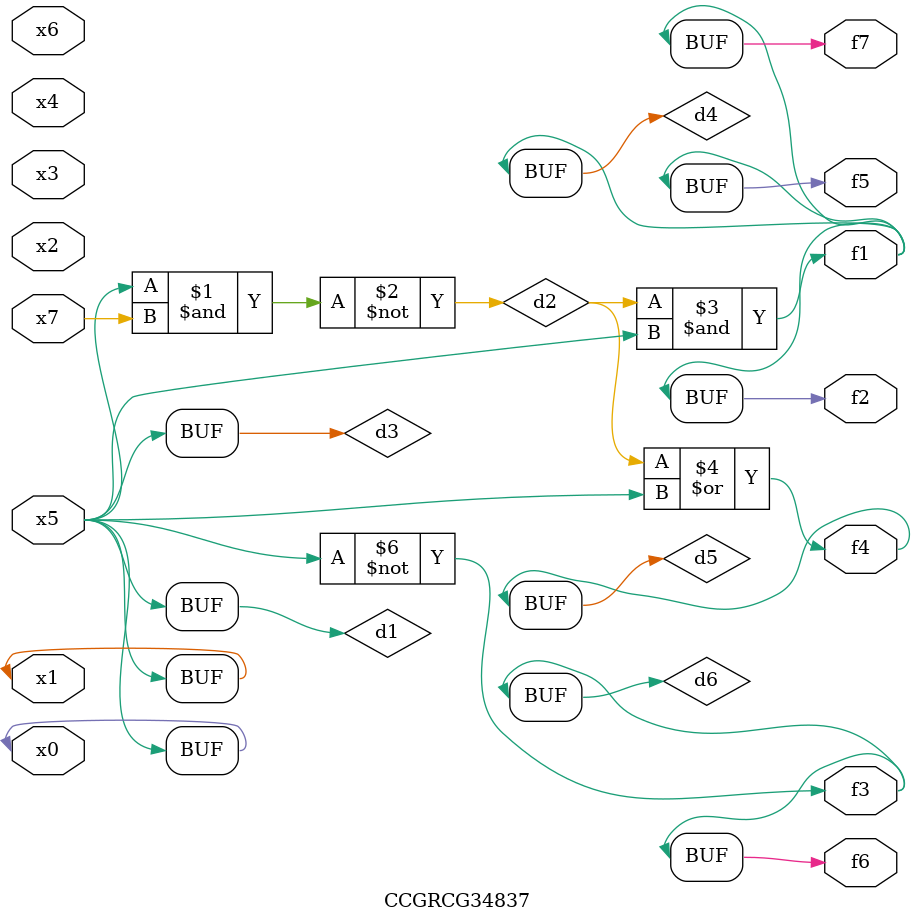
<source format=v>
module CCGRCG34837(
	input x0, x1, x2, x3, x4, x5, x6, x7,
	output f1, f2, f3, f4, f5, f6, f7
);

	wire d1, d2, d3, d4, d5, d6;

	buf (d1, x0, x5);
	nand (d2, x5, x7);
	buf (d3, x0, x1);
	and (d4, d2, d3);
	or (d5, d2, d3);
	nor (d6, d1, d3);
	assign f1 = d4;
	assign f2 = d4;
	assign f3 = d6;
	assign f4 = d5;
	assign f5 = d4;
	assign f6 = d6;
	assign f7 = d4;
endmodule

</source>
